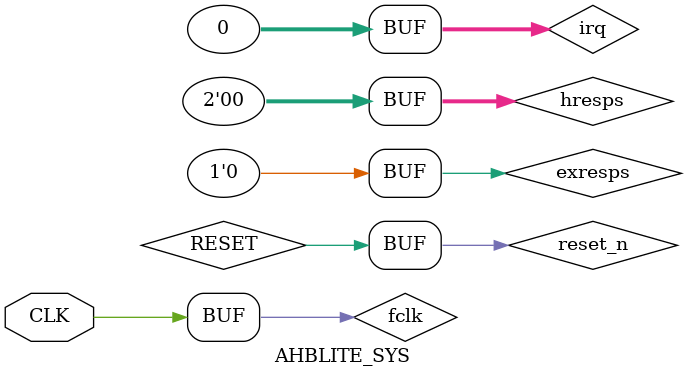
<source format=v>

module AHBLITE_SYS(
    input  wire          CLK);            // Oscillator - 100MHz
      wire          RESET;          // Reset

    // TO BOARD LEDs
   wire    [7:0] LED;
  


    // Debug
      wire          TDI;                // JTAG TDI
      wire          TCK;                // SWD Clk / JTAG TCK
     wire          TMS;                // SWD I/O / JTAG TMS
     wire          TDO;                 // SWV     / JTAG TDO
   

    // Clock
    wire          fclk=CLK;                    // Free running clock
    // Reset
    wire          reset_n = RESET;
	
    // Select signals
    wire    [3:0] mux_sel;

    wire          hsel_mem;
    wire          hsel_led;
  
    // Slave read data
    wire   [31:0] hrdata_mem;
    wire   [31:0] hrdata_led;

    // Slave hready
    wire          hready_mem;
    wire          hready_led;

    // CM-DS Sideband signals
    wire          lockup;
    wire          lockup_reset_req;
    wire          sys_reset_req;
    wire          txev;
    wire          sleeping;
    wire  [31:0]  irq;

    // Interrupt signals
    assign        irq = {32'b0};
    // assign        LED[7] = lockup;
    
	  // Clock divider
    reg clk_div=0;
    always @(posedge CLK)
    begin
        clk_div=~clk_div;
    end
    
 vio_0 my2vio (
.clk(CLK),                // input wire clk
.probe_in0(LED),    // input wire [7 : 0] probe_in0
.probe_out0(RESET)  // output wire [0 : 0] probe_out0
);

ila_0 my2ila (
  .clk(CLK), // input wire clk


  .probe0(RESET), // input wire [0:0]  probe0  
  .probe1(LED) // input wire [7:0]  probe1
);


    // Reset synchronizer
    reg  [4:0]     reset_sync_reg;
    always @(posedge fclk or negedge reset_n)
    begin
        if (!reset_n)
            reset_sync_reg <= 5'b00000;
        else
        begin
            reset_sync_reg[3:0] <= {reset_sync_reg[2:0], 1'b1};
            reset_sync_reg[4] <= reset_sync_reg[2] & (~sys_reset_req);
        end
    end

    // CPU System Bus
    wire          hresetn = reset_sync_reg[4];
    wire   [31:0] haddrs; 
    wire    [2:0] hbursts; 
    wire          hmastlocks; 
    wire    [3:0] hprots; 
    wire    [2:0] hsizes; 
    wire    [1:0] htranss; 
    wire   [31:0] hwdatas; 
    wire          hwrites; 
    wire   [31:0] hrdatas; 
    wire          hreadys; 
    wire    [1:0] hresps = 2'b00;            // System generates no error response
    wire          exresps = 1'b0;

    // Debug signals (TDO pin is used for SWV unless JTAG mode is active)
    wire          dbg_tdo;                   // SWV / JTAG TDO
    wire          dbg_tdo_nen;               // SWV / JTAG TDO tristate enable (active low)
    wire          dbg_swdo;                  // SWD I/O 3-state output
    wire          dbg_swdo_en;               // SWD I/O 3-state enable
    wire          dbg_jtag_nsw;              // SWD in JTAG state (HIGH)
    wire          dbg_swo;                   // Serial wire viewer/output
    wire          tdo_enable     = !dbg_tdo_nen | !dbg_jtag_nsw;
    wire          tdo_tms        = dbg_jtag_nsw         ? dbg_tdo    : dbg_swo;
    assign        TMS            = dbg_swdo_en          ? dbg_swdo   : 1'bz;
    assign        TDO            = tdo_enable           ? tdo_tms    : 1'bz;

    // CoreSight requires a loopback from REQ to ACK for a minimal
    // debug power control implementation
    wire          cpu0cdbgpwrupreq;
    wire          cpu0cdbgpwrupack;
    assign        cpu0cdbgpwrupack = cpu0cdbgpwrupreq;

    // DesignStart simplified integration level
    CORTEXM0INTEGRATION u_CORTEXM0INTEGRATION (
        // CLOCK AND RESETS
        .FCLK          (fclk),               // Free running clock
        .SCLK          (fclk),               // System clock
        .HCLK          (fclk),               // AHB clock
        .DCLK          (fclk),               // Debug system clock
        .PORESETn      (reset_sync_reg[2]),  // Power on reset
        .DBGRESETn     (reset_sync_reg[3]),  // Debug reset
        .HRESETn       (hresetn),            // AHB and System reset

        // AHB-LITE MASTER PORT
        .HADDR         (haddrs),
        .HBURST        (hbursts),
        .HMASTLOCK     (hmastlocks),
        .HPROT         (hprots),
        .HSIZE         (hsizes),
        .HTRANS        (htranss),
        .HWDATA        (hwdatas),
        .HWRITE        (hwrites),
        .HRDATA        (hrdatas),
        .HREADY        (hreadys),
        .HRESP         (hresps),
        .HMASTER       (),

        // CODE SEQUENTIALITY AND SPECULATION
        .CODENSEQ      (),
        .CODEHINTDE    (),
        .SPECHTRANS    (),

        // DEBUG
        .nTRST         (1'b1),
        .SWCLKTCK      (TCK),
        .SWDITMS       (TMS),
        .TDI           (TDI),
        .SWDO          (dbg_swdo),
        .SWDOEN        (dbg_swdo_en),
        .TDO           (dbg_tdo),
        .nTDOEN        (dbg_tdo_nen),
        .DBGRESTART    (1'b0),               // Debug Restart request - Not needed in a single CPU system
        .DBGRESTARTED  (),
        .EDBGRQ        (1'b0),               // External Debug request to CPU
        .HALTED        (),

        // MISC
        .NMI           (1'b0),               // Non-maskable interrupt input
        .IRQ           (irq),                // Interrupt request inputs
        .TXEV          (),                   // Event output (SEV executed)
        .RXEV          (1'b0),               // Event input
        .LOCKUP        (lockup),             // Core is locked-up
        .SYSRESETREQ   (sys_reset_req),      // System reset request
        .STCALIB       ({1'b1,               // No alternative clock source
                         1'b0,               // Exact multiple of 10ms from FCLK
                         24'h007A11F}),      // Calibration value for SysTick for 50 MHz source
        .STCLKEN       (1'b0),               // SysTick SCLK clock disable
        .IRQLATENCY    (8'h00),
        .ECOREVNUM     (28'h0),

        // POWER MANAGEMENT
        .GATEHCLK      (),                   // When high, HCLK can be turned off
        .SLEEPING      (),                   // Core and NVIC sleeping
        .SLEEPDEEP     (),                   // The processor is in deep sleep mode
        .WAKEUP        (),                   // Active HIGH signal from WIC to the PMU that indicates a wake-up event has
                                             // occurred and the system requires clocks and power
        .WICSENSE      (),
        .SLEEPHOLDREQn (1'b1),               // Extend Sleep request
        .SLEEPHOLDACKn (),                   // Acknowledge for SLEEPHOLDREQn
        .WICENREQ      (1'b0),               // Active HIGH request for deep sleep to be WIC-based deep sleep
        .WICENACK      (),                   // Acknowledge for WICENREQ - WIC operation deep sleep mode
        .CDBGPWRUPREQ  (cpu0cdbgpwrupreq),   // Debug Power Domain up request
        .CDBGPWRUPACK  (cpu0cdbgpwrupack),   // Debug Power Domain up acknowledge.

        // SCAN IO
        .SE            (1'b0),               // DFT is tied off in this example
        .RSTBYPASS     (1'b0)                // Reset bypass - active high to disable internal generated reset for testing
    );

    // Address Decoder 
    AHBDCD uAHBDCD (
      .HADDR(haddrs),
     
      .HSEL_S0(hsel_mem),
      .HSEL_S1(hsel_led),
      .HSEL_S2(),
      .HSEL_S3(),
      .HSEL_S4(),
      .HSEL_S5(),
      .HSEL_S6(),
      .HSEL_S7(),
      .HSEL_S8(),
      .HSEL_S9(),
      .HSEL_NOMAP(),
     
      .MUX_SEL(mux_sel[3:0])
    );

    // Slave to Master Mulitplexor
    AHBMUX uAHBMUX (
      .HCLK(fclk),
      .HRESETn(hresetn),
      .MUX_SEL(mux_sel[3:0]),
     
      .HRDATA_S0(hrdata_mem),
      .HRDATA_S1(hrdata_led),
      .HRDATA_S2(),
      .HRDATA_S3(),
      .HRDATA_S4(),
      .HRDATA_S5(),
      .HRDATA_S6(),
      .HRDATA_S7(),
      .HRDATA_S8(),
      .HRDATA_S9(),
      .HRDATA_NOMAP(32'hDEADBEEF),
     
      .HREADYOUT_S0(hready_mem),
      .HREADYOUT_S1(hready_led),
      .HREADYOUT_S2(),
      .HREADYOUT_S3(),
      .HREADYOUT_S4(),
      .HREADYOUT_S5(),
      .HREADYOUT_S6(1'b1),
      .HREADYOUT_S7(1'b1),
      .HREADYOUT_S8(1'b1),
      .HREADYOUT_S9(1'b1),
      .HREADYOUT_NOMAP(1'b1),
    
      .HRDATA(hrdatas),
      .HREADY(hreadys)
    );

    // AHBLite Peripherals

    // AHB-Lite RAM
    AHB2MEM uAHB2RAM (
      //AHBLITE Signals
      .HSEL(hsel_mem),
      .HCLK(fclk), 
      .HRESETn(hresetn), 
      .HREADY(hreadys),     
      .HADDR(haddrs),
      .HTRANS(htranss), 
      .HWRITE(hwrites),
      .HSIZE(hsizes),
      .HWDATA(hwdatas), 
      
      .HRDATA(hrdata_mem), 
      .HREADYOUT(hready_mem)
    );
    
    AHB2LED uAHB2LED (
        //AHBLITE Signals
        .HSEL(hsel_led),
        .HCLK(fclk), 
        .HRESETn(hresetn), 
        .HREADY(hreadys),     
        .HADDR(haddrs),
        .HTRANS(htranss), 
        .HWRITE(hwrites),
        .HSIZE(hsizes),
        .HWDATA(hwdatas), 
        
        .HRDATA(hrdata_led), 
        .HREADYOUT(hready_led),
        //Sideband Signals
        .LED(LED)
    );
            
 
    
endmodule

</source>
